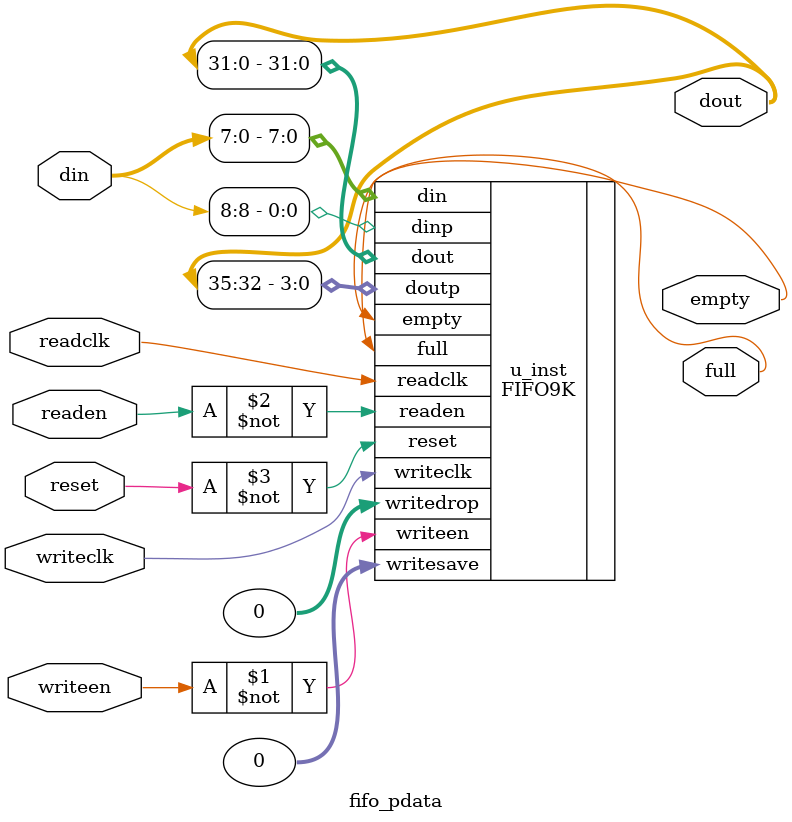
<source format=v>

module fifo_pdata(
    dout,
    din,
    writeclk,
    readclk,
    writeen,
    readen,
    reset,
    full,
    empty
);

output [35:0] dout;
input [8:0] din;
input writeclk;
input readclk;
input writeen;
input readen;
input reset;
output full;
output empty;

FIFO9K #(
        .almostemptyth (1'b0),
        .almostfullth (3'b000),
        .writewidth (9),
        .readwidth (36),
        .outreg (1'b0),
        .peek (1'b0),
        .readclk_inv (1'b0),
        .writeclk_inv (1'b0),
        .use_parity (1'b1)
)
u_inst (
        .dout (dout[31:0]),
        .doutp (dout[35:32]),
        .din (din[7:0]),
        .dinp (din[8:8]),
        .writeclk (writeclk),
        .readclk (readclk),
        .writeen (~writeen),
        .readen (~readen),
        .reset (~reset),
        .full (full),
        .empty (empty),
        .writesave (0),
        .writedrop (0)
);

endmodule

// ============================================================
//                  fifo Setting
//
// Warning: This part is read by Fuxi, please don't modify it.
// ============================================================
// Device          : H1D03N0L144C7
// Module          : fifo_pdata
// IP core         : fifo
// IP Version      : 2

// AlmostEmpty     : false
// AlmostFull      : false
// EmptyAssert     : 0
// EmptyNegate     : -1
// EmptySingle     : 0
// EmptyType       : 1
// FifoType        : hardware
// FullAssert      : 0
// FullNegate      : -4
// FullSingle      : 0
// FullType        : 1
// Fwft            : false
// OverFlow        : false
// PeekMode        : false
// ReadAck         : false
// ReadAddrWidth   : 1
// ReadClr         : false
// ReadCnt         : false
// ReadDataWidth   : 36
// Regout          : false
// RegoutEn        : false
// Simulation Files: 
// Synthesis Files : 
// UnderFlow       : false
// UseHardWare     : true
// WorkMode        : true
// WriteAck        : false
// WriteAddrWidth  : 3
// WriteClr        : false
// WriteCnt        : false
// WriteDataWidth  : 9
// WriteDrop       : false

</source>
